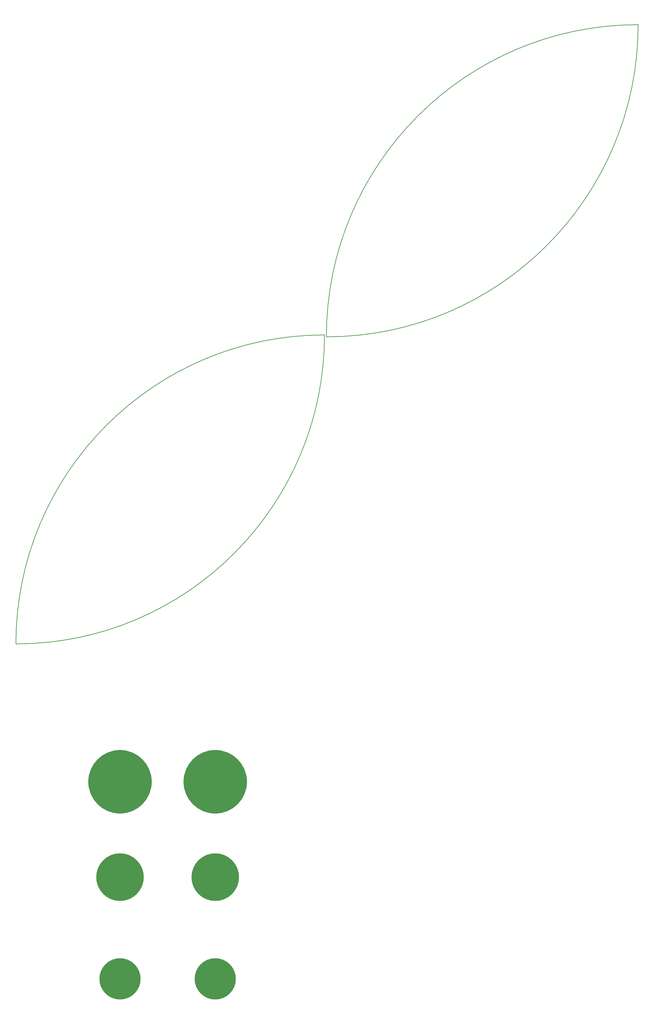
<source format=gbr>
G04 start of page 2 for group 0 idx 0 *
G04 Title: (unknown), top *
G04 Creator: pcb 1.99z *
G04 CreationDate: Fri Jun 17 03:18:51 2011 UTC *
G04 For: apoelstra *
G04 Format: Gerber/RS-274X *
G04 PCB-Dimensions: 3000000 2000000 *
G04 PCB-Coordinate-Origin: lower left *
%MOIN*%
%FSLAX25Y25*%
%LNTOP*%
%ADD16C,0.2500*%
%ADD15C,0.5000*%
%ADD14C,1.0000*%
%ADD13C,0.6500*%
%ADD12C,0.7500*%
%ADD11C,0.0100*%
G54D11*X1266000Y1791000D02*G75*G02X775000Y1300000I-491000J0D01*G01*
X772000Y1303000D02*G75*G03X286000Y817000I0J-486000D01*G01*
X285999D02*G75*G03X772000Y1303000I0J486000D01*G01*
X775000Y1300000D02*G75*G02X1266000Y1791000I491000J0D01*G01*
G54D12*X600000Y450000D03*
G54D13*Y290000D03*
G54D14*X450000Y600000D03*
X600000D03*
G54D13*X450000Y290000D03*
G54D12*Y450000D03*
G54D15*G54D16*G54D15*G54D16*G54D15*M02*

</source>
